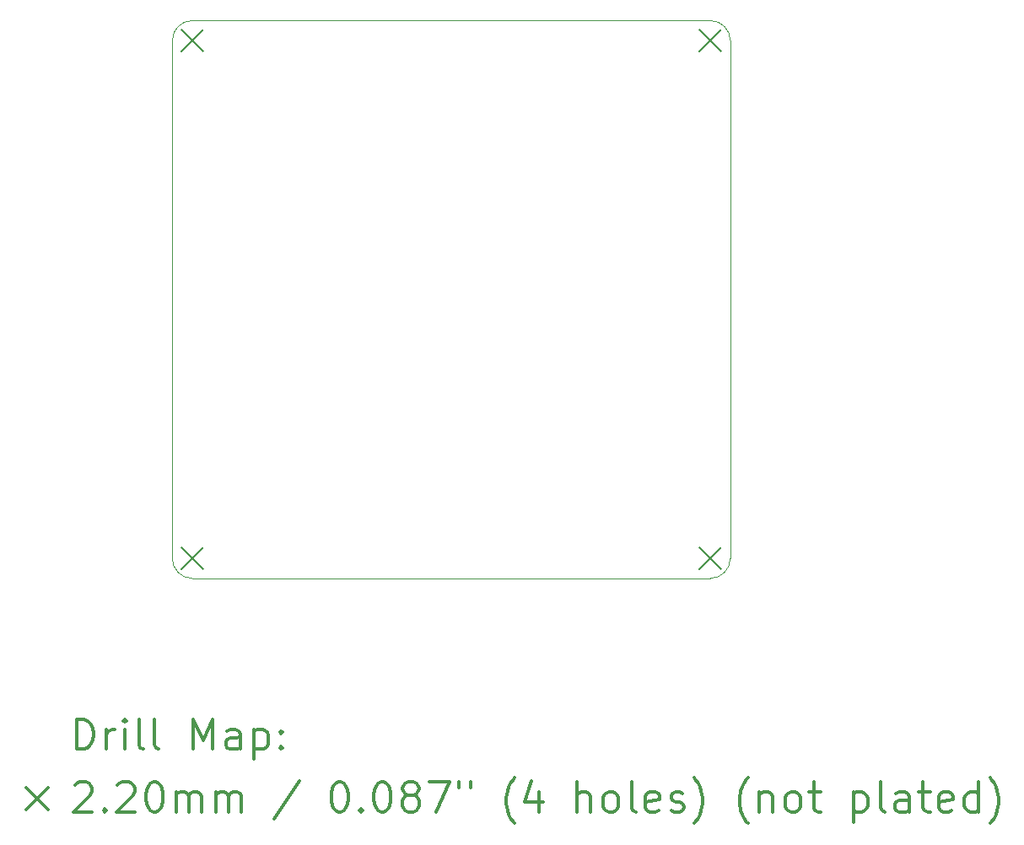
<source format=gbr>
%FSLAX45Y45*%
G04 Gerber Fmt 4.5, Leading zero omitted, Abs format (unit mm)*
G04 Created by KiCad (PCBNEW (5.1.8)-1) date 2021-08-31 23:09:40*
%MOMM*%
%LPD*%
G01*
G04 APERTURE LIST*
%TA.AperFunction,Profile*%
%ADD10C,0.050000*%
%TD*%
%ADD11C,0.200000*%
%ADD12C,0.300000*%
G04 APERTURE END LIST*
D10*
X13161000Y-7179000D02*
G75*
G02*
X13361000Y-6979000I200000J0D01*
G01*
X13361000Y-12579000D02*
G75*
G02*
X13161000Y-12379000I0J200000D01*
G01*
X18761000Y-12379000D02*
G75*
G02*
X18561000Y-12579000I-200000J0D01*
G01*
X18561000Y-6979000D02*
G75*
G02*
X18761000Y-7179000I0J-200000D01*
G01*
X18761000Y-12379000D02*
X18761000Y-7179000D01*
X13161000Y-12379000D02*
X13161000Y-7179000D01*
X13361000Y-12579000D02*
X18561000Y-12579000D01*
X13361000Y-6979000D02*
X18561000Y-6979000D01*
D11*
X18451000Y-7069000D02*
X18671000Y-7289000D01*
X18671000Y-7069000D02*
X18451000Y-7289000D01*
X18451000Y-12269000D02*
X18671000Y-12489000D01*
X18671000Y-12269000D02*
X18451000Y-12489000D01*
X13251000Y-12269000D02*
X13471000Y-12489000D01*
X13471000Y-12269000D02*
X13251000Y-12489000D01*
X13251000Y-7069000D02*
X13471000Y-7289000D01*
X13471000Y-7069000D02*
X13251000Y-7289000D01*
D12*
X12197428Y-14294714D02*
X12197428Y-13994714D01*
X12268857Y-13994714D01*
X12311714Y-14009000D01*
X12340286Y-14037571D01*
X12354571Y-14066143D01*
X12368857Y-14123286D01*
X12368857Y-14166143D01*
X12354571Y-14223286D01*
X12340286Y-14251857D01*
X12311714Y-14280428D01*
X12268857Y-14294714D01*
X12197428Y-14294714D01*
X12497428Y-14294714D02*
X12497428Y-14094714D01*
X12497428Y-14151857D02*
X12511714Y-14123286D01*
X12526000Y-14109000D01*
X12554571Y-14094714D01*
X12583143Y-14094714D01*
X12683143Y-14294714D02*
X12683143Y-14094714D01*
X12683143Y-13994714D02*
X12668857Y-14009000D01*
X12683143Y-14023286D01*
X12697428Y-14009000D01*
X12683143Y-13994714D01*
X12683143Y-14023286D01*
X12868857Y-14294714D02*
X12840286Y-14280428D01*
X12826000Y-14251857D01*
X12826000Y-13994714D01*
X13026000Y-14294714D02*
X12997428Y-14280428D01*
X12983143Y-14251857D01*
X12983143Y-13994714D01*
X13368857Y-14294714D02*
X13368857Y-13994714D01*
X13468857Y-14209000D01*
X13568857Y-13994714D01*
X13568857Y-14294714D01*
X13840286Y-14294714D02*
X13840286Y-14137571D01*
X13826000Y-14109000D01*
X13797428Y-14094714D01*
X13740286Y-14094714D01*
X13711714Y-14109000D01*
X13840286Y-14280428D02*
X13811714Y-14294714D01*
X13740286Y-14294714D01*
X13711714Y-14280428D01*
X13697428Y-14251857D01*
X13697428Y-14223286D01*
X13711714Y-14194714D01*
X13740286Y-14180428D01*
X13811714Y-14180428D01*
X13840286Y-14166143D01*
X13983143Y-14094714D02*
X13983143Y-14394714D01*
X13983143Y-14109000D02*
X14011714Y-14094714D01*
X14068857Y-14094714D01*
X14097428Y-14109000D01*
X14111714Y-14123286D01*
X14126000Y-14151857D01*
X14126000Y-14237571D01*
X14111714Y-14266143D01*
X14097428Y-14280428D01*
X14068857Y-14294714D01*
X14011714Y-14294714D01*
X13983143Y-14280428D01*
X14254571Y-14266143D02*
X14268857Y-14280428D01*
X14254571Y-14294714D01*
X14240286Y-14280428D01*
X14254571Y-14266143D01*
X14254571Y-14294714D01*
X14254571Y-14109000D02*
X14268857Y-14123286D01*
X14254571Y-14137571D01*
X14240286Y-14123286D01*
X14254571Y-14109000D01*
X14254571Y-14137571D01*
X11691000Y-14679000D02*
X11911000Y-14899000D01*
X11911000Y-14679000D02*
X11691000Y-14899000D01*
X12183143Y-14653286D02*
X12197428Y-14639000D01*
X12226000Y-14624714D01*
X12297428Y-14624714D01*
X12326000Y-14639000D01*
X12340286Y-14653286D01*
X12354571Y-14681857D01*
X12354571Y-14710428D01*
X12340286Y-14753286D01*
X12168857Y-14924714D01*
X12354571Y-14924714D01*
X12483143Y-14896143D02*
X12497428Y-14910428D01*
X12483143Y-14924714D01*
X12468857Y-14910428D01*
X12483143Y-14896143D01*
X12483143Y-14924714D01*
X12611714Y-14653286D02*
X12626000Y-14639000D01*
X12654571Y-14624714D01*
X12726000Y-14624714D01*
X12754571Y-14639000D01*
X12768857Y-14653286D01*
X12783143Y-14681857D01*
X12783143Y-14710428D01*
X12768857Y-14753286D01*
X12597428Y-14924714D01*
X12783143Y-14924714D01*
X12968857Y-14624714D02*
X12997428Y-14624714D01*
X13026000Y-14639000D01*
X13040286Y-14653286D01*
X13054571Y-14681857D01*
X13068857Y-14739000D01*
X13068857Y-14810428D01*
X13054571Y-14867571D01*
X13040286Y-14896143D01*
X13026000Y-14910428D01*
X12997428Y-14924714D01*
X12968857Y-14924714D01*
X12940286Y-14910428D01*
X12926000Y-14896143D01*
X12911714Y-14867571D01*
X12897428Y-14810428D01*
X12897428Y-14739000D01*
X12911714Y-14681857D01*
X12926000Y-14653286D01*
X12940286Y-14639000D01*
X12968857Y-14624714D01*
X13197428Y-14924714D02*
X13197428Y-14724714D01*
X13197428Y-14753286D02*
X13211714Y-14739000D01*
X13240286Y-14724714D01*
X13283143Y-14724714D01*
X13311714Y-14739000D01*
X13326000Y-14767571D01*
X13326000Y-14924714D01*
X13326000Y-14767571D02*
X13340286Y-14739000D01*
X13368857Y-14724714D01*
X13411714Y-14724714D01*
X13440286Y-14739000D01*
X13454571Y-14767571D01*
X13454571Y-14924714D01*
X13597428Y-14924714D02*
X13597428Y-14724714D01*
X13597428Y-14753286D02*
X13611714Y-14739000D01*
X13640286Y-14724714D01*
X13683143Y-14724714D01*
X13711714Y-14739000D01*
X13726000Y-14767571D01*
X13726000Y-14924714D01*
X13726000Y-14767571D02*
X13740286Y-14739000D01*
X13768857Y-14724714D01*
X13811714Y-14724714D01*
X13840286Y-14739000D01*
X13854571Y-14767571D01*
X13854571Y-14924714D01*
X14440286Y-14610428D02*
X14183143Y-14996143D01*
X14826000Y-14624714D02*
X14854571Y-14624714D01*
X14883143Y-14639000D01*
X14897428Y-14653286D01*
X14911714Y-14681857D01*
X14926000Y-14739000D01*
X14926000Y-14810428D01*
X14911714Y-14867571D01*
X14897428Y-14896143D01*
X14883143Y-14910428D01*
X14854571Y-14924714D01*
X14826000Y-14924714D01*
X14797428Y-14910428D01*
X14783143Y-14896143D01*
X14768857Y-14867571D01*
X14754571Y-14810428D01*
X14754571Y-14739000D01*
X14768857Y-14681857D01*
X14783143Y-14653286D01*
X14797428Y-14639000D01*
X14826000Y-14624714D01*
X15054571Y-14896143D02*
X15068857Y-14910428D01*
X15054571Y-14924714D01*
X15040286Y-14910428D01*
X15054571Y-14896143D01*
X15054571Y-14924714D01*
X15254571Y-14624714D02*
X15283143Y-14624714D01*
X15311714Y-14639000D01*
X15326000Y-14653286D01*
X15340286Y-14681857D01*
X15354571Y-14739000D01*
X15354571Y-14810428D01*
X15340286Y-14867571D01*
X15326000Y-14896143D01*
X15311714Y-14910428D01*
X15283143Y-14924714D01*
X15254571Y-14924714D01*
X15226000Y-14910428D01*
X15211714Y-14896143D01*
X15197428Y-14867571D01*
X15183143Y-14810428D01*
X15183143Y-14739000D01*
X15197428Y-14681857D01*
X15211714Y-14653286D01*
X15226000Y-14639000D01*
X15254571Y-14624714D01*
X15526000Y-14753286D02*
X15497428Y-14739000D01*
X15483143Y-14724714D01*
X15468857Y-14696143D01*
X15468857Y-14681857D01*
X15483143Y-14653286D01*
X15497428Y-14639000D01*
X15526000Y-14624714D01*
X15583143Y-14624714D01*
X15611714Y-14639000D01*
X15626000Y-14653286D01*
X15640286Y-14681857D01*
X15640286Y-14696143D01*
X15626000Y-14724714D01*
X15611714Y-14739000D01*
X15583143Y-14753286D01*
X15526000Y-14753286D01*
X15497428Y-14767571D01*
X15483143Y-14781857D01*
X15468857Y-14810428D01*
X15468857Y-14867571D01*
X15483143Y-14896143D01*
X15497428Y-14910428D01*
X15526000Y-14924714D01*
X15583143Y-14924714D01*
X15611714Y-14910428D01*
X15626000Y-14896143D01*
X15640286Y-14867571D01*
X15640286Y-14810428D01*
X15626000Y-14781857D01*
X15611714Y-14767571D01*
X15583143Y-14753286D01*
X15740286Y-14624714D02*
X15940286Y-14624714D01*
X15811714Y-14924714D01*
X16040286Y-14624714D02*
X16040286Y-14681857D01*
X16154571Y-14624714D02*
X16154571Y-14681857D01*
X16597428Y-15039000D02*
X16583143Y-15024714D01*
X16554571Y-14981857D01*
X16540286Y-14953286D01*
X16526000Y-14910428D01*
X16511714Y-14839000D01*
X16511714Y-14781857D01*
X16526000Y-14710428D01*
X16540286Y-14667571D01*
X16554571Y-14639000D01*
X16583143Y-14596143D01*
X16597428Y-14581857D01*
X16840286Y-14724714D02*
X16840286Y-14924714D01*
X16768857Y-14610428D02*
X16697428Y-14824714D01*
X16883143Y-14824714D01*
X17226000Y-14924714D02*
X17226000Y-14624714D01*
X17354571Y-14924714D02*
X17354571Y-14767571D01*
X17340286Y-14739000D01*
X17311714Y-14724714D01*
X17268857Y-14724714D01*
X17240286Y-14739000D01*
X17226000Y-14753286D01*
X17540286Y-14924714D02*
X17511714Y-14910428D01*
X17497429Y-14896143D01*
X17483143Y-14867571D01*
X17483143Y-14781857D01*
X17497429Y-14753286D01*
X17511714Y-14739000D01*
X17540286Y-14724714D01*
X17583143Y-14724714D01*
X17611714Y-14739000D01*
X17626000Y-14753286D01*
X17640286Y-14781857D01*
X17640286Y-14867571D01*
X17626000Y-14896143D01*
X17611714Y-14910428D01*
X17583143Y-14924714D01*
X17540286Y-14924714D01*
X17811714Y-14924714D02*
X17783143Y-14910428D01*
X17768857Y-14881857D01*
X17768857Y-14624714D01*
X18040286Y-14910428D02*
X18011714Y-14924714D01*
X17954571Y-14924714D01*
X17926000Y-14910428D01*
X17911714Y-14881857D01*
X17911714Y-14767571D01*
X17926000Y-14739000D01*
X17954571Y-14724714D01*
X18011714Y-14724714D01*
X18040286Y-14739000D01*
X18054571Y-14767571D01*
X18054571Y-14796143D01*
X17911714Y-14824714D01*
X18168857Y-14910428D02*
X18197429Y-14924714D01*
X18254571Y-14924714D01*
X18283143Y-14910428D01*
X18297429Y-14881857D01*
X18297429Y-14867571D01*
X18283143Y-14839000D01*
X18254571Y-14824714D01*
X18211714Y-14824714D01*
X18183143Y-14810428D01*
X18168857Y-14781857D01*
X18168857Y-14767571D01*
X18183143Y-14739000D01*
X18211714Y-14724714D01*
X18254571Y-14724714D01*
X18283143Y-14739000D01*
X18397429Y-15039000D02*
X18411714Y-15024714D01*
X18440286Y-14981857D01*
X18454571Y-14953286D01*
X18468857Y-14910428D01*
X18483143Y-14839000D01*
X18483143Y-14781857D01*
X18468857Y-14710428D01*
X18454571Y-14667571D01*
X18440286Y-14639000D01*
X18411714Y-14596143D01*
X18397429Y-14581857D01*
X18940286Y-15039000D02*
X18926000Y-15024714D01*
X18897429Y-14981857D01*
X18883143Y-14953286D01*
X18868857Y-14910428D01*
X18854571Y-14839000D01*
X18854571Y-14781857D01*
X18868857Y-14710428D01*
X18883143Y-14667571D01*
X18897429Y-14639000D01*
X18926000Y-14596143D01*
X18940286Y-14581857D01*
X19054571Y-14724714D02*
X19054571Y-14924714D01*
X19054571Y-14753286D02*
X19068857Y-14739000D01*
X19097429Y-14724714D01*
X19140286Y-14724714D01*
X19168857Y-14739000D01*
X19183143Y-14767571D01*
X19183143Y-14924714D01*
X19368857Y-14924714D02*
X19340286Y-14910428D01*
X19326000Y-14896143D01*
X19311714Y-14867571D01*
X19311714Y-14781857D01*
X19326000Y-14753286D01*
X19340286Y-14739000D01*
X19368857Y-14724714D01*
X19411714Y-14724714D01*
X19440286Y-14739000D01*
X19454571Y-14753286D01*
X19468857Y-14781857D01*
X19468857Y-14867571D01*
X19454571Y-14896143D01*
X19440286Y-14910428D01*
X19411714Y-14924714D01*
X19368857Y-14924714D01*
X19554571Y-14724714D02*
X19668857Y-14724714D01*
X19597429Y-14624714D02*
X19597429Y-14881857D01*
X19611714Y-14910428D01*
X19640286Y-14924714D01*
X19668857Y-14924714D01*
X19997429Y-14724714D02*
X19997429Y-15024714D01*
X19997429Y-14739000D02*
X20026000Y-14724714D01*
X20083143Y-14724714D01*
X20111714Y-14739000D01*
X20126000Y-14753286D01*
X20140286Y-14781857D01*
X20140286Y-14867571D01*
X20126000Y-14896143D01*
X20111714Y-14910428D01*
X20083143Y-14924714D01*
X20026000Y-14924714D01*
X19997429Y-14910428D01*
X20311714Y-14924714D02*
X20283143Y-14910428D01*
X20268857Y-14881857D01*
X20268857Y-14624714D01*
X20554571Y-14924714D02*
X20554571Y-14767571D01*
X20540286Y-14739000D01*
X20511714Y-14724714D01*
X20454571Y-14724714D01*
X20426000Y-14739000D01*
X20554571Y-14910428D02*
X20526000Y-14924714D01*
X20454571Y-14924714D01*
X20426000Y-14910428D01*
X20411714Y-14881857D01*
X20411714Y-14853286D01*
X20426000Y-14824714D01*
X20454571Y-14810428D01*
X20526000Y-14810428D01*
X20554571Y-14796143D01*
X20654571Y-14724714D02*
X20768857Y-14724714D01*
X20697429Y-14624714D02*
X20697429Y-14881857D01*
X20711714Y-14910428D01*
X20740286Y-14924714D01*
X20768857Y-14924714D01*
X20983143Y-14910428D02*
X20954571Y-14924714D01*
X20897429Y-14924714D01*
X20868857Y-14910428D01*
X20854571Y-14881857D01*
X20854571Y-14767571D01*
X20868857Y-14739000D01*
X20897429Y-14724714D01*
X20954571Y-14724714D01*
X20983143Y-14739000D01*
X20997429Y-14767571D01*
X20997429Y-14796143D01*
X20854571Y-14824714D01*
X21254571Y-14924714D02*
X21254571Y-14624714D01*
X21254571Y-14910428D02*
X21226000Y-14924714D01*
X21168857Y-14924714D01*
X21140286Y-14910428D01*
X21126000Y-14896143D01*
X21111714Y-14867571D01*
X21111714Y-14781857D01*
X21126000Y-14753286D01*
X21140286Y-14739000D01*
X21168857Y-14724714D01*
X21226000Y-14724714D01*
X21254571Y-14739000D01*
X21368857Y-15039000D02*
X21383143Y-15024714D01*
X21411714Y-14981857D01*
X21426000Y-14953286D01*
X21440286Y-14910428D01*
X21454571Y-14839000D01*
X21454571Y-14781857D01*
X21440286Y-14710428D01*
X21426000Y-14667571D01*
X21411714Y-14639000D01*
X21383143Y-14596143D01*
X21368857Y-14581857D01*
M02*

</source>
